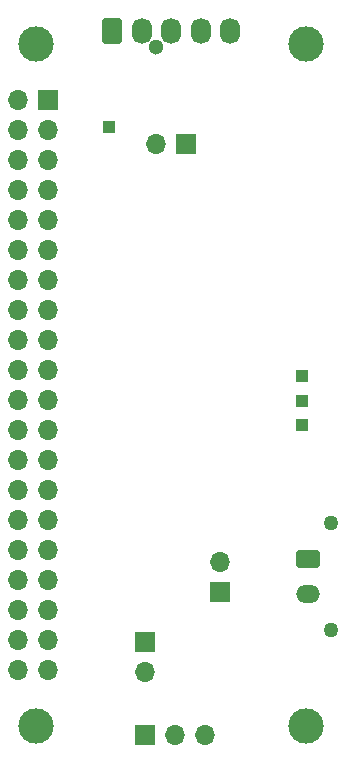
<source format=gbr>
%TF.GenerationSoftware,KiCad,Pcbnew,9.0.0*%
%TF.CreationDate,2025-04-06T00:06:35-05:00*%
%TF.ProjectId,RC-PCB,52432d50-4342-42e6-9b69-6361645f7063,rev?*%
%TF.SameCoordinates,Original*%
%TF.FileFunction,Soldermask,Bot*%
%TF.FilePolarity,Negative*%
%FSLAX46Y46*%
G04 Gerber Fmt 4.6, Leading zero omitted, Abs format (unit mm)*
G04 Created by KiCad (PCBNEW 9.0.0) date 2025-04-06 00:06:35*
%MOMM*%
%LPD*%
G01*
G04 APERTURE LIST*
G04 Aperture macros list*
%AMRoundRect*
0 Rectangle with rounded corners*
0 $1 Rounding radius*
0 $2 $3 $4 $5 $6 $7 $8 $9 X,Y pos of 4 corners*
0 Add a 4 corners polygon primitive as box body*
4,1,4,$2,$3,$4,$5,$6,$7,$8,$9,$2,$3,0*
0 Add four circle primitives for the rounded corners*
1,1,$1+$1,$2,$3*
1,1,$1+$1,$4,$5*
1,1,$1+$1,$6,$7*
1,1,$1+$1,$8,$9*
0 Add four rect primitives between the rounded corners*
20,1,$1+$1,$2,$3,$4,$5,0*
20,1,$1+$1,$4,$5,$6,$7,0*
20,1,$1+$1,$6,$7,$8,$9,0*
20,1,$1+$1,$8,$9,$2,$3,0*%
G04 Aperture macros list end*
%ADD10C,3.000000*%
%ADD11C,1.300000*%
%ADD12RoundRect,0.250000X0.600000X-0.850000X0.600000X0.850000X-0.600000X0.850000X-0.600000X-0.850000X0*%
%ADD13O,1.700000X2.200000*%
%ADD14C,1.270000*%
%ADD15RoundRect,0.250001X-0.759999X0.499999X-0.759999X-0.499999X0.759999X-0.499999X0.759999X0.499999X0*%
%ADD16O,2.020000X1.500000*%
%ADD17R,1.700000X1.700000*%
%ADD18O,1.700000X1.700000*%
%ADD19R,1.000000X1.000000*%
G04 APERTURE END LIST*
D10*
%TO.C,H4*%
X137905000Y-134675000D03*
%TD*%
%TO.C,H3*%
X160705000Y-76875000D03*
%TD*%
D11*
%TO.C,Motor1*%
X148050000Y-77140000D03*
D12*
X144300000Y-75800000D03*
D13*
X146800000Y-75800000D03*
X149300000Y-75800000D03*
X151800000Y-75800000D03*
X154300000Y-75800000D03*
%TD*%
D14*
%TO.C,Battery1*%
X162860000Y-117500000D03*
X162860000Y-126500000D03*
D15*
X160900000Y-120500000D03*
D16*
X160900000Y-123500000D03*
%TD*%
D17*
%TO.C,Power*%
X153400000Y-123300000D03*
D18*
X153400000Y-120760000D03*
%TD*%
D10*
%TO.C,H1*%
X160705000Y-134675000D03*
%TD*%
D17*
%TO.C,Servo1*%
X147100000Y-135400000D03*
D18*
X149640000Y-135400000D03*
X152180000Y-135400000D03*
%TD*%
D17*
%TO.C,Motor*%
X150575000Y-85400000D03*
D18*
X148035000Y-85400000D03*
%TD*%
D19*
%TO.C,+5V*%
X160400000Y-107100000D03*
%TD*%
D10*
%TO.C,H2*%
X137905000Y-76875000D03*
%TD*%
D17*
%TO.C,Servo*%
X147100000Y-127560000D03*
D18*
X147100000Y-130100000D03*
%TD*%
D19*
%TO.C,GND*%
X160400000Y-105000000D03*
%TD*%
%TO.C,Rev2*%
X144005000Y-83900000D03*
%TD*%
%TO.C,+12V*%
X160400000Y-109200000D03*
%TD*%
D17*
%TO.C,GPIO*%
X138905000Y-81695000D03*
D18*
X136365000Y-81695000D03*
X138905000Y-84235000D03*
X136365000Y-84235000D03*
X138905000Y-86775000D03*
X136365000Y-86775000D03*
X138905000Y-89315000D03*
X136365000Y-89315000D03*
X138905000Y-91855000D03*
X136365000Y-91855000D03*
X138905000Y-94395000D03*
X136365000Y-94395000D03*
X138905000Y-96935000D03*
X136365000Y-96935000D03*
X138905000Y-99475000D03*
X136365000Y-99475000D03*
X138905000Y-102015000D03*
X136365000Y-102015000D03*
X138905000Y-104555000D03*
X136365000Y-104555000D03*
X138905000Y-107095000D03*
X136365000Y-107095000D03*
X138905000Y-109635000D03*
X136365000Y-109635000D03*
X138905000Y-112175000D03*
X136365000Y-112175000D03*
X138905000Y-114715000D03*
X136365000Y-114715000D03*
X138905000Y-117255000D03*
X136365000Y-117255000D03*
X138905000Y-119795000D03*
X136365000Y-119795000D03*
X138905000Y-122335000D03*
X136365000Y-122335000D03*
X138905000Y-124875000D03*
X136365000Y-124875000D03*
X138905000Y-127415000D03*
X136365000Y-127415000D03*
X138905000Y-129955000D03*
X136365000Y-129955000D03*
%TD*%
M02*

</source>
